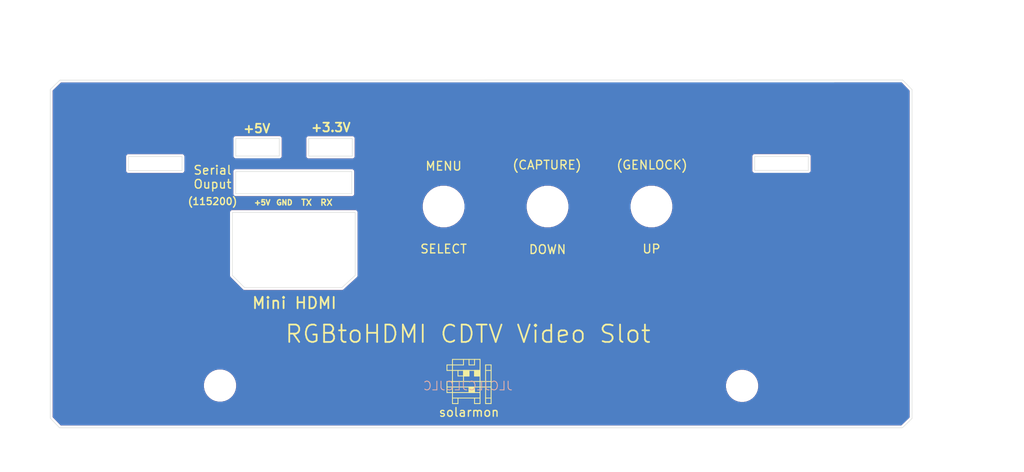
<source format=kicad_pcb>
(kicad_pcb (version 20171130) (host pcbnew "(5.1.12)-1")

  (general
    (thickness 1.6)
    (drawings 66)
    (tracks 0)
    (zones 0)
    (modules 6)
    (nets 1)
  )

  (page A4)
  (title_block
    (title "RGBtoHDMI CDTV Video Slot - Face Plate")
    (date 2021-10-22)
    (rev 1)
  )

  (layers
    (0 F.Cu signal)
    (31 B.Cu signal)
    (32 B.Adhes user)
    (33 F.Adhes user)
    (34 B.Paste user)
    (35 F.Paste user)
    (36 B.SilkS user)
    (37 F.SilkS user)
    (38 B.Mask user)
    (39 F.Mask user)
    (40 Dwgs.User user)
    (41 Cmts.User user)
    (42 Eco1.User user)
    (43 Eco2.User user)
    (44 Edge.Cuts user)
    (45 Margin user)
    (46 B.CrtYd user)
    (47 F.CrtYd user)
    (48 B.Fab user)
    (49 F.Fab user)
  )

  (setup
    (last_trace_width 0.2)
    (user_trace_width 0.2)
    (user_trace_width 0.25)
    (user_trace_width 0.4)
    (user_trace_width 0.5)
    (user_trace_width 0.6)
    (user_trace_width 1.2)
    (user_trace_width 1.4)
    (user_trace_width 2)
    (trace_clearance 0.2)
    (zone_clearance 0.254)
    (zone_45_only no)
    (trace_min 0.2)
    (via_size 0.8)
    (via_drill 0.4)
    (via_min_size 0.4)
    (via_min_drill 0.3)
    (user_via 0.6 0.4)
    (user_via 0.8 0.4)
    (user_via 1.2 0.4)
    (user_via 1.2 0.4)
    (user_via 1.4 0.4)
    (user_via 1.6 0.8)
    (user_via 2 0.4)
    (uvia_size 0.3)
    (uvia_drill 0.1)
    (uvias_allowed no)
    (uvia_min_size 0.2)
    (uvia_min_drill 0.1)
    (edge_width 0.05)
    (segment_width 0.2)
    (pcb_text_width 0.3)
    (pcb_text_size 1.5 1.5)
    (mod_edge_width 0.12)
    (mod_text_size 1 1)
    (mod_text_width 0.15)
    (pad_size 1.7 1.7)
    (pad_drill 1)
    (pad_to_mask_clearance 0.15)
    (aux_axis_origin 149.479 95.1738)
    (grid_origin 149.479 95.1738)
    (visible_elements 7FFFFFFF)
    (pcbplotparams
      (layerselection 0x010f0_ffffffff)
      (usegerberextensions false)
      (usegerberattributes true)
      (usegerberadvancedattributes true)
      (creategerberjobfile true)
      (excludeedgelayer true)
      (linewidth 0.100000)
      (plotframeref false)
      (viasonmask false)
      (mode 1)
      (useauxorigin false)
      (hpglpennumber 1)
      (hpglpenspeed 20)
      (hpglpendiameter 15.000000)
      (psnegative false)
      (psa4output false)
      (plotreference true)
      (plotvalue true)
      (plotinvisibletext false)
      (padsonsilk false)
      (subtractmaskfromsilk false)
      (outputformat 3)
      (mirror false)
      (drillshape 0)
      (scaleselection 1)
      (outputdirectory "gerbers/face-plate/"))
  )

  (net 0 "")

  (net_class Default "This is the default net class."
    (clearance 0.2)
    (trace_width 0.2)
    (via_dia 0.8)
    (via_drill 0.4)
    (uvia_dia 0.3)
    (uvia_drill 0.1)
  )

  (net_class +3V3 ""
    (clearance 0.2)
    (trace_width 0.5)
    (via_dia 1)
    (via_drill 0.4)
    (uvia_dia 0.3)
    (uvia_drill 0.1)
  )

  (net_class +5V ""
    (clearance 0.2)
    (trace_width 0.7)
    (via_dia 1.2)
    (via_drill 0.4)
    (uvia_dia 0.3)
    (uvia_drill 0.1)
  )

  (module solarmon_library:solarmon-logo-25mils (layer F.Cu) (tedit 60832A59) (tstamp 61663525)
    (at 118.11 95.3008)
    (fp_text reference solarmon (at 0 2.9083) (layer F.SilkS)
      (effects (font (size 1 1) (thickness 0.15)))
    )
    (fp_text value solarmon-logo-25mils (at -0.635 -5.08) (layer F.Fab)
      (effects (font (size 1 1) (thickness 0.15)))
    )
    (fp_line (start -2.54 -2.54) (end -0.635 -2.54) (layer F.SilkS) (width 0.1))
    (fp_line (start -1.905 -3.175) (end -1.905 1.905) (layer F.SilkS) (width 0.1))
    (fp_line (start 1.27 -1.905) (end -2.54 -1.905) (layer F.SilkS) (width 0.1))
    (fp_line (start -2.54 -1.905) (end -2.54 -2.54) (layer F.SilkS) (width 0.1))
    (fp_line (start -1.905 -3.175) (end 1.27 -3.175) (layer F.SilkS) (width 0.1))
    (fp_line (start -0.635 -3.175) (end -0.635 -2.54) (layer F.SilkS) (width 0.1))
    (fp_line (start 0 -3.175) (end 0 -2.54) (layer F.SilkS) (width 0.1))
    (fp_line (start 0 -2.54) (end 0.635 -2.54) (layer F.SilkS) (width 0.1))
    (fp_line (start 0.635 -3.175) (end 0.635 -2.54) (layer F.SilkS) (width 0.1))
    (fp_line (start 1.27 -3.175) (end 1.27 1.905) (layer F.SilkS) (width 0.1))
    (fp_line (start -1.27 -1.905) (end -1.27 -1.27) (layer F.SilkS) (width 0.1))
    (fp_line (start -1.27 -1.27) (end 0 -1.27) (layer F.SilkS) (width 0.1))
    (fp_line (start -0.635 -1.905) (end -0.635 -0.635) (layer F.SilkS) (width 0.1))
    (fp_line (start 0 -1.905) (end 0 -1.27) (layer F.SilkS) (width 0.1))
    (fp_line (start 0.635 -1.905) (end 0.635 -1.27) (layer F.SilkS) (width 0.1))
    (fp_line (start -2.54 -0.635) (end 2.54 -0.635) (layer F.SilkS) (width 0.1))
    (fp_line (start -2.54 0.635) (end -2.54 -0.635) (layer F.SilkS) (width 0.1))
    (fp_line (start -2.54 0) (end 2.54 0) (layer F.SilkS) (width 0.1))
    (fp_line (start -2.54 0.635) (end 1.27 0.635) (layer F.SilkS) (width 0.1))
    (fp_line (start -1.905 1.27) (end 1.27 1.27) (layer F.SilkS) (width 0.1))
    (fp_line (start -1.27 1.27) (end -1.27 1.905) (layer F.SilkS) (width 0.1))
    (fp_line (start 0.635 1.27) (end 0.635 1.905) (layer F.SilkS) (width 0.1))
    (fp_line (start -1.905 1.905) (end -1.27 1.905) (layer F.SilkS) (width 0.1))
    (fp_line (start 0.635 1.905) (end 1.27 1.905) (layer F.SilkS) (width 0.1))
    (fp_line (start 1.905 1.905) (end 2.54 1.905) (layer F.SilkS) (width 0.1))
    (fp_line (start 1.905 -2.54) (end 1.905 1.905) (layer F.SilkS) (width 0.1))
    (fp_line (start 2.54 -2.54) (end 2.54 1.905) (layer F.SilkS) (width 0.1))
    (fp_line (start 1.905 -2.54) (end 2.54 -2.54) (layer F.SilkS) (width 0.1))
    (fp_line (start 1.905 -1.905) (end 2.54 -1.905) (layer F.SilkS) (width 0.1))
    (fp_line (start 1.905 1.27) (end 2.54 1.27) (layer F.SilkS) (width 0.1))
    (fp_line (start 0 0) (end 0 0.635) (layer F.SilkS) (width 0.1))
    (fp_line (start 0.635 0) (end 0.635 0.635) (layer F.SilkS) (width 0.1))
    (fp_poly (pts (xy 0 -1.27) (xy -0.635 -1.27) (xy -0.635 -1.905) (xy 0 -1.905)) (layer F.SilkS) (width 0.1))
    (fp_poly (pts (xy 1.27 -1.27) (xy 0.635 -1.27) (xy 0.635 -1.905) (xy 1.27 -1.905)) (layer F.SilkS) (width 0.1))
    (fp_poly (pts (xy 0.635 0.635) (xy 0 0.635) (xy 0 0) (xy 0.635 0)) (layer F.SilkS) (width 0.1))
    (fp_poly (pts (xy 0.635 -1.27) (xy 0 -1.27) (xy 0 -1.905) (xy 0.635 -1.905)) (layer F.Mask) (width 0.1))
    (fp_poly (pts (xy 0.635 -0.635) (xy 0 -0.635) (xy 0 -1.27) (xy 0.635 -1.27)) (layer F.Mask) (width 0.1))
    (fp_poly (pts (xy 1.27 -0.635) (xy 0.635 -0.635) (xy 0.635 -1.27) (xy 1.27 -1.27)) (layer F.Mask) (width 0.1))
    (fp_poly (pts (xy 0 -0.635) (xy -0.635 -0.635) (xy -0.635 -1.27) (xy 0 -1.27)) (layer F.Mask) (width 0.1))
    (fp_poly (pts (xy -0.635 -1.27) (xy -1.27 -1.27) (xy -1.27 -1.905) (xy -0.635 -1.905)) (layer F.Mask) (width 0.1))
    (fp_poly (pts (xy 2.54 -1.905) (xy 1.905 -1.905) (xy 1.905 -2.54) (xy 2.54 -2.54)) (layer F.Cu) (width 0.1))
    (fp_poly (pts (xy 2.54 1.905) (xy 1.905 1.905) (xy 1.905 1.27) (xy 2.54 1.27)) (layer F.Cu) (width 0.1))
    (fp_poly (pts (xy 1.27 -2.54) (xy 0.635 -2.54) (xy 0.635 -3.175) (xy 1.27 -3.175)) (layer F.Cu) (width 0.1))
    (fp_poly (pts (xy 1.27 -1.905) (xy 0.635 -1.905) (xy 0.635 -2.54) (xy 1.27 -2.54)) (layer F.Cu) (width 0.1))
    (fp_poly (pts (xy 0.635 -1.905) (xy 0 -1.905) (xy 0 -2.54) (xy 0.635 -2.54)) (layer F.Cu) (width 0.1))
    (fp_poly (pts (xy 0 -1.905) (xy -0.635 -1.905) (xy -0.635 -2.54) (xy 0 -2.54)) (layer F.Cu) (width 0.1))
    (fp_poly (pts (xy 0 -2.54) (xy -0.635 -2.54) (xy -0.635 -3.175) (xy 0 -3.175)) (layer F.Cu) (width 0.1))
    (fp_poly (pts (xy -0.635 -1.905) (xy -1.27 -1.905) (xy -1.27 -2.54) (xy -0.635 -2.54)) (layer F.Cu) (width 0.1))
    (fp_poly (pts (xy -1.27 -1.905) (xy -1.905 -1.905) (xy -1.905 -2.54) (xy -1.27 -2.54)) (layer F.Cu) (width 0.1))
    (fp_poly (pts (xy -1.27 0.635) (xy -1.905 0.635) (xy -1.905 0) (xy -1.27 0)) (layer F.Cu) (width 0.1))
    (fp_poly (pts (xy -0.635 0.635) (xy -1.27 0.635) (xy -1.27 0) (xy -0.635 0)) (layer F.Cu) (width 0.1))
    (fp_poly (pts (xy 0 0.635) (xy -0.635 0.635) (xy -0.635 0) (xy 0 0)) (layer F.Cu) (width 0.1))
    (fp_poly (pts (xy 1.27 0.635) (xy 0.635 0.635) (xy 0.635 0) (xy 1.27 0)) (layer F.Cu) (width 0.1))
    (fp_poly (pts (xy 1.27 1.905) (xy 0.635 1.905) (xy 0.635 1.27) (xy 1.27 1.27)) (layer F.Cu) (width 0.1))
    (fp_poly (pts (xy -1.27 1.905) (xy -1.905 1.905) (xy -1.905 1.27) (xy -1.27 1.27)) (layer F.Cu) (width 0.1))
    (fp_poly (pts (xy 2.54 -1.905) (xy 1.905 -1.905) (xy 1.905 -2.54) (xy 2.54 -2.54)) (layer F.Mask) (width 0.1))
    (fp_poly (pts (xy 2.54 1.905) (xy 1.905 1.905) (xy 1.905 1.27) (xy 2.54 1.27)) (layer F.Mask) (width 0.1))
    (fp_poly (pts (xy 1.27 -2.54) (xy 0.635 -2.54) (xy 0.635 -3.175) (xy 1.27 -3.175)) (layer F.Mask) (width 0.1))
    (fp_poly (pts (xy 1.27 -1.905) (xy 0.635 -1.905) (xy 0.635 -2.54) (xy 1.27 -2.54)) (layer F.Mask) (width 0.1))
    (fp_poly (pts (xy 0.635 -1.905) (xy 0 -1.905) (xy 0 -2.54) (xy 0.635 -2.54)) (layer F.Mask) (width 0.1))
    (fp_poly (pts (xy 0 -1.905) (xy -0.635 -1.905) (xy -0.635 -2.54) (xy 0 -2.54)) (layer F.Mask) (width 0.1))
    (fp_poly (pts (xy 0 -2.54) (xy -0.635 -2.54) (xy -0.635 -3.175) (xy 0 -3.175)) (layer F.Mask) (width 0.1))
    (fp_poly (pts (xy -0.635 -1.905) (xy -1.27 -1.905) (xy -1.27 -2.54) (xy -0.635 -2.54)) (layer F.Mask) (width 0.1))
    (fp_poly (pts (xy -1.27 -1.905) (xy -1.905 -1.905) (xy -1.905 -2.54) (xy -1.27 -2.54)) (layer F.Mask) (width 0.1))
    (fp_poly (pts (xy -1.905 0.635) (xy -2.54 0.635) (xy -2.54 0) (xy -1.905 0)) (layer F.Mask) (width 0.1))
    (fp_poly (pts (xy -1.27 1.905) (xy -1.905 1.905) (xy -1.905 1.27) (xy -1.27 1.27)) (layer F.Mask) (width 0.1))
    (fp_poly (pts (xy 1.27 1.905) (xy 0.635 1.905) (xy 0.635 1.27) (xy 1.27 1.27)) (layer F.Mask) (width 0.1))
    (fp_line (start 0.635 -1.27) (end 1.27 -1.27) (layer F.SilkS) (width 0.1))
    (fp_poly (pts (xy 2.54 0) (xy 1.905 0) (xy 1.905 -0.635) (xy 2.54 -0.635)) (layer F.Mask) (width 0.1))
  )

  (module MountingHole:MountingHole_4.3mm_M4 (layer F.Cu) (tedit 56D1B4CB) (tstamp 61662EB0)
    (at 139.065 74.549)
    (descr "Mounting Hole 4.3mm, no annular, M4")
    (tags "mounting hole 4.3mm no annular m4")
    (attr virtual)
    (fp_text reference UP (at 0 4.8768) (layer F.SilkS)
      (effects (font (size 1 1) (thickness 0.15)))
    )
    (fp_text value MountingHole_4.3mm_M4 (at 0 5.3) (layer F.Fab)
      (effects (font (size 1 1) (thickness 0.15)))
    )
    (fp_circle (center 0 0) (end 4.3 0) (layer Cmts.User) (width 0.15))
    (fp_circle (center 0 0) (end 4.55 0) (layer F.CrtYd) (width 0.05))
    (fp_text user %R (at 0.3 0) (layer F.Fab)
      (effects (font (size 1 1) (thickness 0.15)))
    )
    (pad 1 np_thru_hole circle (at 0 0) (size 4.3 4.3) (drill 4.3) (layers *.Cu *.Mask))
  )

  (module MountingHole:MountingHole_4.3mm_M4 (layer F.Cu) (tedit 56D1B4CB) (tstamp 61662EA2)
    (at 127.127 74.549)
    (descr "Mounting Hole 4.3mm, no annular, M4")
    (tags "mounting hole 4.3mm no annular m4")
    (attr virtual)
    (fp_text reference DOWN (at 0 4.9403) (layer F.SilkS)
      (effects (font (size 1 1) (thickness 0.15)))
    )
    (fp_text value MountingHole_4.3mm_M4 (at 0 5.3) (layer F.Fab)
      (effects (font (size 1 1) (thickness 0.15)))
    )
    (fp_circle (center 0 0) (end 4.55 0) (layer F.CrtYd) (width 0.05))
    (fp_circle (center 0 0) (end 4.3 0) (layer Cmts.User) (width 0.15))
    (fp_text user %R (at 0.3 0) (layer F.Fab)
      (effects (font (size 1 1) (thickness 0.15)))
    )
    (pad 1 np_thru_hole circle (at 0 0) (size 4.3 4.3) (drill 4.3) (layers *.Cu *.Mask))
  )

  (module MountingHole:MountingHole_4.3mm_M4 (layer F.Cu) (tedit 56D1B4CB) (tstamp 61662E9F)
    (at 115.189 74.549)
    (descr "Mounting Hole 4.3mm, no annular, M4")
    (tags "mounting hole 4.3mm no annular m4")
    (attr virtual)
    (fp_text reference SELECT (at 0 4.8768) (layer F.SilkS)
      (effects (font (size 1 1) (thickness 0.15)))
    )
    (fp_text value MountingHole_4.3mm_M4 (at 0 5.3) (layer F.Fab)
      (effects (font (size 1 1) (thickness 0.15)))
    )
    (fp_circle (center 0 0) (end 4.3 0) (layer Cmts.User) (width 0.15))
    (fp_circle (center 0 0) (end 4.55 0) (layer F.CrtYd) (width 0.05))
    (fp_text user %R (at 0.3 0) (layer F.Fab)
      (effects (font (size 1 1) (thickness 0.15)))
    )
    (pad 1 np_thru_hole circle (at 0 0) (size 4.3 4.3) (drill 4.3) (layers *.Cu *.Mask))
  )

  (module MountingHole:MountingHole_3.2mm_M3 (layer F.Cu) (tedit 56D1B4CB) (tstamp 61661A5A)
    (at 89.5096 95.1357)
    (descr "Mounting Hole 3.2mm, no annular, M3")
    (tags "mounting hole 3.2mm no annular m3")
    (attr virtual)
    (fp_text reference REF** (at 0 -4.2) (layer F.SilkS) hide
      (effects (font (size 1 1) (thickness 0.15)))
    )
    (fp_text value MountingHole_3.2mm_M3 (at 0 4.2) (layer F.Fab)
      (effects (font (size 1 1) (thickness 0.15)))
    )
    (fp_circle (center 0 0) (end 3.45 0) (layer F.CrtYd) (width 0.05))
    (fp_circle (center 0 0) (end 3.2 0) (layer Cmts.User) (width 0.15))
    (fp_text user %R (at 0.3 0) (layer F.Fab)
      (effects (font (size 1 1) (thickness 0.15)))
    )
    (pad 1 np_thru_hole circle (at 0 0) (size 3.2 3.2) (drill 3.2) (layers *.Cu *.Mask))
  )

  (module MountingHole:MountingHole_3.2mm_M3 (layer F.Cu) (tedit 56D1B4CB) (tstamp 61661A56)
    (at 149.479 95.1738)
    (descr "Mounting Hole 3.2mm, no annular, M3")
    (tags "mounting hole 3.2mm no annular m3")
    (attr virtual)
    (fp_text reference REF** (at 0 -4.2) (layer F.SilkS) hide
      (effects (font (size 1 1) (thickness 0.15)))
    )
    (fp_text value MountingHole_3.2mm_M3 (at 0 4.2) (layer F.Fab)
      (effects (font (size 1 1) (thickness 0.15)))
    )
    (fp_circle (center 0 0) (end 3.2 0) (layer Cmts.User) (width 0.15))
    (fp_circle (center 0 0) (end 3.45 0) (layer F.CrtYd) (width 0.05))
    (fp_text user %R (at 0.3 0) (layer F.Fab)
      (effects (font (size 1 1) (thickness 0.15)))
    )
    (pad 1 np_thru_hole circle (at 0 0) (size 3.2 3.2) (drill 3.2) (layers *.Cu *.Mask))
  )

  (gr_text "(GENLOCK)" (at 139.1285 69.7738) (layer F.SilkS) (tstamp 61881A83)
    (effects (font (size 1 1) (thickness 0.15)))
  )
  (gr_text MENU (at 115.189 69.9008) (layer F.SilkS)
    (effects (font (size 1 1) (thickness 0.15)))
  )
  (gr_poly (pts (xy 157.099 72.6313) (xy 150.9395 72.6313) (xy 150.9395 66.2813) (xy 157.099 66.2813)) (layer B.Mask) (width 0.1) (tstamp 61881841))
  (gr_text JLCJLCJLCJLC (at 117.983 95.1738) (layer B.SilkS)
    (effects (font (size 1 1) (thickness 0.1)) (justify mirror))
  )
  (gr_line (start 103.505 83.8708) (end 105.029 82.4738) (layer Edge.Cuts) (width 0.05) (tstamp 6169EEC9))
  (gr_line (start 92.329 83.8708) (end 90.932 82.4738) (layer Edge.Cuts) (width 0.05) (tstamp 6169EEB6))
  (gr_text "(115200)" (at 88.646 73.9648) (layer F.SilkS) (tstamp 6169EDEF)
    (effects (font (size 0.8 0.8) (thickness 0.15)))
  )
  (gr_text +5V (at 94.361 74.0918) (layer F.SilkS) (tstamp 6169ED1E)
    (effects (font (size 0.6 0.6) (thickness 0.15)))
  )
  (gr_text GND (at 96.901 74.0918) (layer F.SilkS) (tstamp 6169ED15)
    (effects (font (size 0.6 0.6) (thickness 0.15)))
  )
  (gr_text TX (at 99.441 74.0918) (layer F.SilkS) (tstamp 6169ED0F)
    (effects (font (size 0.7 0.7) (thickness 0.15)))
  )
  (gr_text RX (at 101.727 74.0918) (layer F.SilkS) (tstamp 6169ECEA)
    (effects (font (size 0.7 0.7) (thickness 0.15)))
  )
  (gr_text "Serial\nOuput" (at 88.646 71.1708) (layer F.SilkS) (tstamp 6169E776)
    (effects (font (size 1 1) (thickness 0.15)))
  )
  (gr_line (start 104.648 70.5358) (end 104.648 73.0758) (layer Edge.Cuts) (width 0.05) (tstamp 6169E753))
  (gr_line (start 104.648 73.0758) (end 91.313 73.0758) (layer Edge.Cuts) (width 0.05) (tstamp 6169E74E))
  (gr_line (start 104.648 70.5358) (end 91.313 70.5358) (layer Edge.Cuts) (width 0.05) (tstamp 6169E73D))
  (gr_line (start 91.313 70.5358) (end 91.313 73.0758) (layer Edge.Cuts) (width 0.05) (tstamp 6169E73C))
  (gr_text "(CAPTURE)" (at 127.0635 69.7738) (layer F.SilkS) (tstamp 6166A982)
    (effects (font (size 1 1) (thickness 0.15)))
  )
  (gr_poly (pts (xy 85.1535 72.5678) (xy 78.994 72.5678) (xy 78.994 66.2178) (xy 85.1535 66.2178)) (layer B.Mask) (width 0.1))
  (dimension 2.5019 (width 0.15) (layer Dwgs.User) (tstamp 61663A71)
    (gr_text "2.502 mm" (at 104.28605 65.0829) (layer Dwgs.User) (tstamp 61663A71)
      (effects (font (size 1 1) (thickness 0.15)))
    )
    (feature1 (pts (xy 105.537 68.8213) (xy 105.537 65.796479)))
    (feature2 (pts (xy 103.0351 68.8213) (xy 103.0351 65.796479)))
    (crossbar (pts (xy 103.0351 66.3829) (xy 105.537 66.3829)))
    (arrow1a (pts (xy 105.537 66.3829) (xy 104.410496 66.969321)))
    (arrow1b (pts (xy 105.537 66.3829) (xy 104.410496 65.796479)))
    (arrow2a (pts (xy 103.0351 66.3829) (xy 104.161604 66.969321)))
    (arrow2b (pts (xy 103.0351 66.3829) (xy 104.161604 65.796479)))
  )
  (gr_line (start 104.6988 66.7385) (end 99.695 66.7385) (layer Edge.Cuts) (width 0.05) (tstamp 61663A6B))
  (gr_line (start 104.6988 68.7451) (end 104.6988 66.7385) (layer Edge.Cuts) (width 0.05) (tstamp 61663A6A))
  (gr_line (start 99.695 68.7451) (end 104.6988 68.7451) (layer Edge.Cuts) (width 0.05) (tstamp 61663A69))
  (gr_line (start 99.695 66.7385) (end 99.695 68.7451) (layer Edge.Cuts) (width 0.05) (tstamp 61663A68))
  (dimension 2.5019 (width 0.15) (layer Dwgs.User)
    (gr_text "2.502 mm" (at 97.94875 64.9178) (layer Dwgs.User)
      (effects (font (size 1 1) (thickness 0.15)))
    )
    (feature1 (pts (xy 99.1997 68.6689) (xy 99.1997 65.631379)))
    (feature2 (pts (xy 96.6978 68.6689) (xy 96.6978 65.631379)))
    (crossbar (pts (xy 96.6978 66.2178) (xy 99.1997 66.2178)))
    (arrow1a (pts (xy 99.1997 66.2178) (xy 98.073196 66.804221)))
    (arrow1b (pts (xy 99.1997 66.2178) (xy 98.073196 65.631379)))
    (arrow2a (pts (xy 96.6978 66.2178) (xy 97.824304 66.804221)))
    (arrow2b (pts (xy 96.6978 66.2178) (xy 97.824304 65.631379)))
  )
  (gr_text +3.3V (at 102.235 65.4558) (layer F.SilkS) (tstamp 616639E4)
    (effects (font (size 1 1) (thickness 0.2)))
  )
  (dimension 6.35 (width 0.15) (layer Dwgs.User)
    (gr_text "6.350 mm" (at 99.8601 72.3946) (layer Dwgs.User)
      (effects (font (size 1 1) (thickness 0.15)))
    )
    (feature1 (pts (xy 103.0351 68.7959) (xy 103.0351 71.681021)))
    (feature2 (pts (xy 96.6851 68.7959) (xy 96.6851 71.681021)))
    (crossbar (pts (xy 96.6851 71.0946) (xy 103.0351 71.0946)))
    (arrow1a (pts (xy 103.0351 71.0946) (xy 101.908596 71.681021)))
    (arrow1b (pts (xy 103.0351 71.0946) (xy 101.908596 70.508179)))
    (arrow2a (pts (xy 96.6851 71.0946) (xy 97.811604 71.681021)))
    (arrow2b (pts (xy 96.6851 71.0946) (xy 97.811604 70.508179)))
  )
  (gr_text +5V (at 93.726 65.5828) (layer F.SilkS) (tstamp 61663999)
    (effects (font (size 1 1) (thickness 0.2)))
  )
  (gr_line (start 96.3168 66.7258) (end 91.3257 66.7258) (layer Edge.Cuts) (width 0.05) (tstamp 6166397D))
  (gr_line (start 96.3168 68.7324) (end 96.3168 66.7258) (layer Edge.Cuts) (width 0.05))
  (gr_line (start 91.3257 68.7324) (end 96.3168 68.7324) (layer Edge.Cuts) (width 0.05))
  (gr_line (start 91.3257 66.7258) (end 91.3257 68.7324) (layer Edge.Cuts) (width 0.05))
  (dimension 14.6558 (width 0.15) (layer Dwgs.User)
    (gr_text "14.656 mm" (at 89.3572 72.4327) (layer Dwgs.User)
      (effects (font (size 1 1) (thickness 0.15)))
    )
    (feature1 (pts (xy 96.6851 67.4878) (xy 96.6851 71.719121)))
    (feature2 (pts (xy 82.0293 67.4878) (xy 82.0293 71.719121)))
    (crossbar (pts (xy 82.0293 71.1327) (xy 96.6851 71.1327)))
    (arrow1a (pts (xy 96.6851 71.1327) (xy 95.558596 71.719121)))
    (arrow1b (pts (xy 96.6851 71.1327) (xy 95.558596 70.546279)))
    (arrow2a (pts (xy 82.0293 71.1327) (xy 83.155804 71.719121)))
    (arrow2b (pts (xy 82.0293 71.1327) (xy 83.155804 70.546279)))
  )
  (gr_line (start 157.0863 68.7959) (end 150.9268 68.7959) (layer Edge.Cuts) (width 0.05) (tstamp 6166391E))
  (gr_line (start 157.0863 70.3961) (end 157.0863 68.7959) (layer Edge.Cuts) (width 0.05))
  (gr_line (start 150.9268 70.3961) (end 157.0863 70.3961) (layer Edge.Cuts) (width 0.05))
  (gr_line (start 150.9268 68.7959) (end 150.9268 70.3961) (layer Edge.Cuts) (width 0.05))
  (gr_line (start 85.1408 68.8086) (end 78.994 68.8086) (layer Edge.Cuts) (width 0.05) (tstamp 61663901))
  (gr_line (start 85.1408 70.4088) (end 85.1408 68.8086) (layer Edge.Cuts) (width 0.05))
  (gr_line (start 78.994 70.4088) (end 85.1408 70.4088) (layer Edge.Cuts) (width 0.05))
  (gr_line (start 78.994 68.8086) (end 78.994 70.4088) (layer Edge.Cuts) (width 0.05))
  (dimension 12.0142 (width 0.15) (layer Dwgs.User) (tstamp 616635C5)
    (gr_text "12.014 mm" (at 120.7897 83.7992) (layer Dwgs.User) (tstamp 616635C5)
      (effects (font (size 1 1) (thickness 0.15)))
    )
    (feature1 (pts (xy 114.7826 68.8467) (xy 114.7826 83.085621)))
    (feature2 (pts (xy 126.7968 68.8467) (xy 126.7968 83.085621)))
    (crossbar (pts (xy 126.7968 82.4992) (xy 114.7826 82.4992)))
    (arrow1a (pts (xy 114.7826 82.4992) (xy 115.909104 81.912779)))
    (arrow1b (pts (xy 114.7826 82.4992) (xy 115.909104 83.085621)))
    (arrow2a (pts (xy 126.7968 82.4992) (xy 125.670296 81.912779)))
    (arrow2b (pts (xy 126.7968 82.4992) (xy 125.670296 83.085621)))
  )
  (dimension 12.0142 (width 0.15) (layer Dwgs.User)
    (gr_text "12.014 mm" (at 132.8166 83.7484) (layer Dwgs.User)
      (effects (font (size 1 1) (thickness 0.15)))
    )
    (feature1 (pts (xy 126.8095 68.7959) (xy 126.8095 83.034821)))
    (feature2 (pts (xy 138.8237 68.7959) (xy 138.8237 83.034821)))
    (crossbar (pts (xy 138.8237 82.4484) (xy 126.8095 82.4484)))
    (arrow1a (pts (xy 126.8095 82.4484) (xy 127.936004 81.861979)))
    (arrow1b (pts (xy 126.8095 82.4484) (xy 127.936004 83.034821)))
    (arrow2a (pts (xy 138.8237 82.4484) (xy 137.697196 81.861979)))
    (arrow2b (pts (xy 138.8237 82.4484) (xy 137.697196 83.034821)))
  )
  (dimension 15.2146 (width 0.15) (layer Dwgs.User)
    (gr_text "15.215 mm" (at 146.4056 83.710305) (layer Dwgs.User)
      (effects (font (size 1 1) (thickness 0.15)))
    )
    (feature1 (pts (xy 138.7983 67.5894) (xy 138.7983 82.996726)))
    (feature2 (pts (xy 154.0129 67.5894) (xy 154.0129 82.996726)))
    (crossbar (pts (xy 154.0129 82.410305) (xy 138.7983 82.410305)))
    (arrow1a (pts (xy 138.7983 82.410305) (xy 139.924804 81.823884)))
    (arrow1b (pts (xy 138.7983 82.410305) (xy 139.924804 82.996726)))
    (arrow2a (pts (xy 154.0129 82.410305) (xy 152.886396 81.823884)))
    (arrow2b (pts (xy 154.0129 82.410305) (xy 152.886396 82.996726)))
  )
  (gr_text "RGBtoHDMI CDTV Video Slot" (at 117.983 89.2048) (layer F.SilkS)
    (effects (font (size 2 2) (thickness 0.2)))
  )
  (gr_text "Mini HDMI" (at 98.044 85.6488) (layer F.SilkS)
    (effects (font (size 1.3 1.3) (thickness 0.2)))
  )
  (gr_line (start 103.505 83.8708) (end 92.329 83.8708) (layer Edge.Cuts) (width 0.05) (tstamp 61662D86))
  (gr_line (start 105.029 75.2348) (end 105.029 82.4738) (layer Edge.Cuts) (width 0.05))
  (gr_line (start 90.932 75.2348) (end 105.029 75.2348) (layer Edge.Cuts) (width 0.05))
  (gr_line (start 90.932 82.4738) (end 90.932 75.2348) (layer Edge.Cuts) (width 0.05))
  (dimension 4.013211 (width 0.15) (layer Dwgs.User) (tstamp 61662C62)
    (gr_text "4.013 mm" (at 155.99112 62.699903 0.1313466182) (layer Dwgs.User) (tstamp 61662C62)
      (effects (font (size 1 1) (thickness 0.15)))
    )
    (feature1 (pts (xy 158.014644 70.078131) (xy 157.999355 63.408881)))
    (feature2 (pts (xy 154.001444 70.087331) (xy 153.986155 63.418081)))
    (crossbar (pts (xy 153.9875 64.0045) (xy 158.0007 63.9953)))
    (arrow1a (pts (xy 158.0007 63.9953) (xy 156.875544 64.584302)))
    (arrow1b (pts (xy 158.0007 63.9953) (xy 156.872855 63.411463)))
    (arrow2a (pts (xy 153.9875 64.0045) (xy 155.115345 64.588337)))
    (arrow2b (pts (xy 153.9875 64.0045) (xy 155.112656 63.415498)))
  )
  (dimension 4.013211 (width 0.15) (layer Dwgs.User)
    (gr_text "4.013 mm" (at 79.993076 61.417672 0.1313466182) (layer Dwgs.User)
      (effects (font (size 1 1) (thickness 0.15)))
    )
    (feature1 (pts (xy 82.0166 68.7959) (xy 82.001311 62.12665)))
    (feature2 (pts (xy 78.0034 68.8051) (xy 77.988111 62.13585)))
    (crossbar (pts (xy 77.989456 62.722269) (xy 82.002656 62.713069)))
    (arrow1a (pts (xy 82.002656 62.713069) (xy 80.8775 63.302071)))
    (arrow1b (pts (xy 82.002656 62.713069) (xy 80.874811 62.129232)))
    (arrow2a (pts (xy 77.989456 62.722269) (xy 79.117301 63.306106)))
    (arrow2b (pts (xy 77.989456 62.722269) (xy 79.114612 62.133267)))
  )
  (dimension 14.5034 (width 0.15) (layer Dwgs.User)
    (gr_text "14.503 mm" (at 178.7698 76.3143 270) (layer Dwgs.User)
      (effects (font (size 1 1) (thickness 0.15)))
    )
    (feature1 (pts (xy 68.5927 83.566) (xy 178.056221 83.566)))
    (feature2 (pts (xy 68.5927 69.0626) (xy 178.056221 69.0626)))
    (crossbar (pts (xy 177.4698 69.0626) (xy 177.4698 83.566)))
    (arrow1a (pts (xy 177.4698 83.566) (xy 176.883379 82.439496)))
    (arrow1b (pts (xy 177.4698 83.566) (xy 178.056221 82.439496)))
    (arrow2a (pts (xy 177.4698 69.0626) (xy 176.883379 70.189104)))
    (arrow2b (pts (xy 177.4698 69.0626) (xy 178.056221 70.189104)))
  )
  (dimension 19.507204 (width 0.15) (layer Dwgs.User) (tstamp 6165BAED)
    (gr_text "19.507 mm" (at 159.243037 86.425249 359.9626981) (layer Dwgs.User) (tstamp 6165BAED)
      (effects (font (size 1 1) (thickness 0.15)))
    )
    (feature1 (pts (xy 168.987928 99.808746) (xy 168.996173 87.145178)))
    (feature2 (pts (xy 149.480728 99.796046) (xy 149.488973 87.132478)))
    (crossbar (pts (xy 149.488591 87.718899) (xy 168.995791 87.731599)))
    (arrow1a (pts (xy 168.995791 87.731599) (xy 167.868906 88.317286)))
    (arrow1b (pts (xy 168.995791 87.731599) (xy 167.869669 87.144445)))
    (arrow2a (pts (xy 149.488591 87.718899) (xy 150.614713 88.306053)))
    (arrow2b (pts (xy 149.488591 87.718899) (xy 150.615476 87.133212)))
  )
  (dimension 19.507204 (width 0.15) (layer Dwgs.User)
    (gr_text "19.507 mm" (at 79.764172 86.336347 359.9626981) (layer Dwgs.User)
      (effects (font (size 1 1) (thickness 0.15)))
    )
    (feature1 (pts (xy 89.5096 98.8949) (xy 89.517307 87.056277)))
    (feature2 (pts (xy 70.0024 98.8822) (xy 70.010107 87.043577)))
    (crossbar (pts (xy 70.009726 87.629997) (xy 89.516926 87.642697)))
    (arrow1a (pts (xy 89.516926 87.642697) (xy 88.390041 88.228384)))
    (arrow1b (pts (xy 89.516926 87.642697) (xy 88.390804 87.055543)))
    (arrow2a (pts (xy 70.009726 87.629997) (xy 71.135848 88.217151)))
    (arrow2b (pts (xy 70.009726 87.629997) (xy 71.136611 87.04431)))
  )
  (dimension 4.8133 (width 0.15) (layer Dwgs.User)
    (gr_text "4.813 mm" (at 175.651808 97.59315 90) (layer Dwgs.User)
      (effects (font (size 1 1) (thickness 0.15)))
    )
    (feature1 (pts (xy 71.0819 95.1865) (xy 174.938229 95.1865)))
    (feature2 (pts (xy 71.0819 99.9998) (xy 174.938229 99.9998)))
    (crossbar (pts (xy 174.351808 99.9998) (xy 174.351808 95.1865)))
    (arrow1a (pts (xy 174.351808 95.1865) (xy 174.938229 96.313004)))
    (arrow1b (pts (xy 174.351808 95.1865) (xy 173.765387 96.313004)))
    (arrow2a (pts (xy 174.351808 99.9998) (xy 174.938229 98.873296)))
    (arrow2b (pts (xy 174.351808 99.9998) (xy 173.765387 98.873296)))
  )
  (dimension 11.0109 (width 0.15) (layer Dwgs.User) (tstamp 6165B89D)
    (gr_text "11.011 mm" (at 163.50615 56.993) (layer Dwgs.User) (tstamp 6165B89D)
      (effects (font (size 1 1) (thickness 0.15)))
    )
    (feature1 (pts (xy 169.0116 70.3072) (xy 169.0116 57.706579)))
    (feature2 (pts (xy 158.0007 70.3072) (xy 158.0007 57.706579)))
    (crossbar (pts (xy 158.0007 58.293) (xy 169.0116 58.293)))
    (arrow1a (pts (xy 169.0116 58.293) (xy 167.885096 58.879421)))
    (arrow1b (pts (xy 169.0116 58.293) (xy 167.885096 57.706579)))
    (arrow2a (pts (xy 158.0007 58.293) (xy 159.127204 58.879421)))
    (arrow2b (pts (xy 158.0007 58.293) (xy 159.127204 57.706579)))
  )
  (dimension 7.9883 (width 0.15) (layer Dwgs.User)
    (gr_text "7.988 mm" (at 73.99655 58.6948) (layer Dwgs.User)
      (effects (font (size 1 1) (thickness 0.15)))
    )
    (feature1 (pts (xy 77.9907 72.009) (xy 77.9907 59.408379)))
    (feature2 (pts (xy 70.0024 72.009) (xy 70.0024 59.408379)))
    (crossbar (pts (xy 70.0024 59.9948) (xy 77.9907 59.9948)))
    (arrow1a (pts (xy 77.9907 59.9948) (xy 76.864196 60.581221)))
    (arrow1b (pts (xy 77.9907 59.9948) (xy 76.864196 59.408379)))
    (arrow2a (pts (xy 70.0024 59.9948) (xy 71.128904 60.581221)))
    (arrow2b (pts (xy 70.0024 59.9948) (xy 71.128904 59.408379)))
  )
  (dimension 8.8011 (width 0.15) (layer Dwgs.User)
    (gr_text "8.801 mm" (at 172.0515 64.40805 90) (layer Dwgs.User)
      (effects (font (size 1 1) (thickness 0.15)))
    )
    (feature1 (pts (xy 69.9897 60.0075) (xy 171.337921 60.0075)))
    (feature2 (pts (xy 69.9897 68.8086) (xy 171.337921 68.8086)))
    (crossbar (pts (xy 170.7515 68.8086) (xy 170.7515 60.0075)))
    (arrow1a (pts (xy 170.7515 60.0075) (xy 171.337921 61.134004)))
    (arrow1b (pts (xy 170.7515 60.0075) (xy 170.165079 61.134004)))
    (arrow2a (pts (xy 170.7515 68.8086) (xy 171.337921 67.682096)))
    (arrow2b (pts (xy 170.7515 68.8086) (xy 170.165079 67.682096)))
  )
  (gr_line (start 70.0024 98.8822) (end 71.0819 99.9998) (layer Edge.Cuts) (width 0.05) (tstamp 6165B729))
  (gr_line (start 168.9989 98.9203) (end 167.8813 99.9998) (layer Edge.Cuts) (width 0.05) (tstamp 6165B713))
  (gr_line (start 168.9989 61.1124) (end 167.9194 59.9948) (layer Edge.Cuts) (width 0.05) (tstamp 6165B6D6))
  (gr_line (start 70.0024 61.087) (end 71.12 60.0075) (layer Edge.Cuts) (width 0.05))
  (gr_line (start 168.9989 61.1124) (end 168.9989 98.9203) (layer Edge.Cuts) (width 0.05) (tstamp 6165B5CC))
  (gr_line (start 71.0819 99.9998) (end 167.8813 99.9998) (layer Edge.Cuts) (width 0.05) (tstamp 6165B5C1))
  (gr_line (start 71.12 60.0075) (end 167.9194 59.9948) (layer Edge.Cuts) (width 0.05) (tstamp 6165B561))
  (gr_line (start 70.0024 61.087) (end 70.0024 98.8822) (layer Edge.Cuts) (width 0.05))

  (zone (net 0) (net_name "") (layer F.Cu) (tstamp 61B30760) (hatch edge 0.508)
    (connect_pads (clearance 0.254))
    (min_thickness 0.254)
    (fill yes (arc_segments 32) (thermal_gap 0.254) (thermal_bridge_width 0.508) (smoothing fillet) (radius 0.5))
    (polygon
      (pts
        (xy 179.705 102.87) (xy 66.675 102.235) (xy 66.675 53.34) (xy 179.705 53.34)
      )
    )
    (filled_polygon
      (pts
        (xy 168.5929 61.276461) (xy 168.592901 98.74799) (xy 167.71724 99.5938) (xy 71.254209 99.5938) (xy 70.4084 98.71814)
        (xy 70.4084 94.940589) (xy 87.5286 94.940589) (xy 87.5286 95.330811) (xy 87.604729 95.713536) (xy 87.754061 96.074055)
        (xy 87.970857 96.398514) (xy 88.246786 96.674443) (xy 88.571245 96.891239) (xy 88.931764 97.040571) (xy 89.314489 97.1167)
        (xy 89.704711 97.1167) (xy 90.087436 97.040571) (xy 90.447955 96.891239) (xy 90.772414 96.674443) (xy 91.048343 96.398514)
        (xy 91.265139 96.074055) (xy 91.414471 95.713536) (xy 91.4906 95.330811) (xy 91.4906 94.940589) (xy 91.414471 94.557864)
        (xy 91.265139 94.197345) (xy 91.048343 93.872886) (xy 90.772414 93.596957) (xy 90.447955 93.380161) (xy 90.087436 93.230829)
        (xy 89.704711 93.1547) (xy 89.314489 93.1547) (xy 88.931764 93.230829) (xy 88.571245 93.380161) (xy 88.246786 93.596957)
        (xy 87.970857 93.872886) (xy 87.754061 94.197345) (xy 87.604729 94.557864) (xy 87.5286 94.940589) (xy 70.4084 94.940589)
        (xy 70.4084 91.4908) (xy 114.427 91.4908) (xy 114.427 99.1108) (xy 114.42944 99.135576) (xy 114.436667 99.159401)
        (xy 114.448403 99.181357) (xy 114.464197 99.200603) (xy 114.483443 99.216397) (xy 114.505399 99.228133) (xy 114.529224 99.23536)
        (xy 114.554 99.2378) (xy 121.539 99.2378) (xy 121.563776 99.23536) (xy 121.587601 99.228133) (xy 121.609557 99.216397)
        (xy 121.628803 99.200603) (xy 121.644597 99.181357) (xy 121.656333 99.159401) (xy 121.66356 99.135576) (xy 121.666 99.1108)
        (xy 121.666 94.978689) (xy 147.498 94.978689) (xy 147.498 95.368911) (xy 147.574129 95.751636) (xy 147.723461 96.112155)
        (xy 147.940257 96.436614) (xy 148.216186 96.712543) (xy 148.540645 96.929339) (xy 148.901164 97.078671) (xy 149.283889 97.1548)
        (xy 149.674111 97.1548) (xy 150.056836 97.078671) (xy 150.417355 96.929339) (xy 150.741814 96.712543) (xy 151.017743 96.436614)
        (xy 151.234539 96.112155) (xy 151.383871 95.751636) (xy 151.46 95.368911) (xy 151.46 94.978689) (xy 151.383871 94.595964)
        (xy 151.234539 94.235445) (xy 151.017743 93.910986) (xy 150.741814 93.635057) (xy 150.417355 93.418261) (xy 150.056836 93.268929)
        (xy 149.674111 93.1928) (xy 149.283889 93.1928) (xy 148.901164 93.268929) (xy 148.540645 93.418261) (xy 148.216186 93.635057)
        (xy 147.940257 93.910986) (xy 147.723461 94.235445) (xy 147.574129 94.595964) (xy 147.498 94.978689) (xy 121.666 94.978689)
        (xy 121.666 91.4908) (xy 121.66356 91.466024) (xy 121.656333 91.442199) (xy 121.644597 91.420243) (xy 121.628803 91.400997)
        (xy 121.609557 91.385203) (xy 121.587601 91.373467) (xy 121.563776 91.36624) (xy 121.539 91.3638) (xy 114.554 91.3638)
        (xy 114.529224 91.36624) (xy 114.505399 91.373467) (xy 114.483443 91.385203) (xy 114.464197 91.400997) (xy 114.448403 91.420243)
        (xy 114.436667 91.442199) (xy 114.42944 91.466024) (xy 114.427 91.4908) (xy 70.4084 91.4908) (xy 70.4084 75.2348)
        (xy 90.524036 75.2348) (xy 90.526001 75.254751) (xy 90.526 82.453867) (xy 90.524037 82.4738) (xy 90.526 82.493733)
        (xy 90.526 82.49374) (xy 90.531875 82.553389) (xy 90.55509 82.62992) (xy 90.59279 82.700452) (xy 90.643526 82.762274)
        (xy 90.659024 82.774993) (xy 92.027816 84.143786) (xy 92.040526 84.159274) (xy 92.102347 84.21001) (xy 92.172879 84.24771)
        (xy 92.226194 84.263883) (xy 92.249409 84.270925) (xy 92.256904 84.271663) (xy 92.309059 84.2768) (xy 92.309066 84.2768)
        (xy 92.328999 84.278763) (xy 92.348932 84.2768) (xy 103.476212 84.2768) (xy 103.48728 84.278378) (xy 103.516095 84.2768)
        (xy 103.524941 84.2768) (xy 103.536018 84.275709) (xy 103.567134 84.274005) (xy 103.575746 84.271796) (xy 103.58459 84.270925)
        (xy 103.614417 84.261877) (xy 103.644602 84.254135) (xy 103.652612 84.250291) (xy 103.661121 84.24771) (xy 103.688626 84.233008)
        (xy 103.716704 84.219534) (xy 103.723807 84.214204) (xy 103.731653 84.21001) (xy 103.755758 84.190227) (xy 103.764644 84.183559)
        (xy 103.77115 84.177595) (xy 103.793474 84.159274) (xy 103.800573 84.150624) (xy 105.295162 82.780586) (xy 105.317474 82.762274)
        (xy 105.337243 82.738186) (xy 105.358044 82.714974) (xy 105.36257 82.707325) (xy 105.36821 82.700453) (xy 105.382903 82.672965)
        (xy 105.398772 82.646147) (xy 105.401719 82.637762) (xy 105.40591 82.629921) (xy 105.414958 82.600095) (xy 105.42529 82.570696)
        (xy 105.426544 82.561897) (xy 105.429125 82.55339) (xy 105.432181 82.522361) (xy 105.436578 82.491521) (xy 105.435 82.462712)
        (xy 105.435 75.254741) (xy 105.436964 75.2348) (xy 105.429125 75.15521) (xy 105.40591 75.078679) (xy 105.36821 75.008147)
        (xy 105.317474 74.946326) (xy 105.255653 74.89559) (xy 105.185121 74.85789) (xy 105.10859 74.834675) (xy 105.048941 74.8288)
        (xy 105.04894 74.8288) (xy 105.029 74.826836) (xy 105.009059 74.8288) (xy 90.951941 74.8288) (xy 90.932 74.826836)
        (xy 90.91206 74.8288) (xy 90.912059 74.8288) (xy 90.85241 74.834675) (xy 90.775879 74.85789) (xy 90.705347 74.89559)
        (xy 90.643526 74.946326) (xy 90.59279 75.008147) (xy 90.55509 75.078679) (xy 90.531875 75.15521) (xy 90.524036 75.2348)
        (xy 70.4084 75.2348) (xy 70.4084 74.299718) (xy 112.658 74.299718) (xy 112.658 74.798282) (xy 112.755265 75.287265)
        (xy 112.946057 75.747878) (xy 113.223044 76.162418) (xy 113.575582 76.514956) (xy 113.990122 76.791943) (xy 114.450735 76.982735)
        (xy 114.939718 77.08) (xy 115.438282 77.08) (xy 115.927265 76.982735) (xy 116.387878 76.791943) (xy 116.802418 76.514956)
        (xy 117.154956 76.162418) (xy 117.431943 75.747878) (xy 117.622735 75.287265) (xy 117.72 74.798282) (xy 117.72 74.299718)
        (xy 124.596 74.299718) (xy 124.596 74.798282) (xy 124.693265 75.287265) (xy 124.884057 75.747878) (xy 125.161044 76.162418)
        (xy 125.513582 76.514956) (xy 125.928122 76.791943) (xy 126.388735 76.982735) (xy 126.877718 77.08) (xy 127.376282 77.08)
        (xy 127.865265 76.982735) (xy 128.325878 76.791943) (xy 128.740418 76.514956) (xy 129.092956 76.162418) (xy 129.369943 75.747878)
        (xy 129.560735 75.287265) (xy 129.658 74.798282) (xy 129.658 74.299718) (xy 136.534 74.299718) (xy 136.534 74.798282)
        (xy 136.631265 75.287265) (xy 136.822057 75.747878) (xy 137.099044 76.162418) (xy 137.451582 76.514956) (xy 137.866122 76.791943)
        (xy 138.326735 76.982735) (xy 138.815718 77.08) (xy 139.314282 77.08) (xy 139.803265 76.982735) (xy 140.263878 76.791943)
        (xy 140.678418 76.514956) (xy 141.030956 76.162418) (xy 141.307943 75.747878) (xy 141.498735 75.287265) (xy 141.596 74.798282)
        (xy 141.596 74.299718) (xy 141.498735 73.810735) (xy 141.307943 73.350122) (xy 141.030956 72.935582) (xy 140.678418 72.583044)
        (xy 140.263878 72.306057) (xy 139.803265 72.115265) (xy 139.314282 72.018) (xy 138.815718 72.018) (xy 138.326735 72.115265)
        (xy 137.866122 72.306057) (xy 137.451582 72.583044) (xy 137.099044 72.935582) (xy 136.822057 73.350122) (xy 136.631265 73.810735)
        (xy 136.534 74.299718) (xy 129.658 74.299718) (xy 129.560735 73.810735) (xy 129.369943 73.350122) (xy 129.092956 72.935582)
        (xy 128.740418 72.583044) (xy 128.325878 72.306057) (xy 127.865265 72.115265) (xy 127.376282 72.018) (xy 126.877718 72.018)
        (xy 126.388735 72.115265) (xy 125.928122 72.306057) (xy 125.513582 72.583044) (xy 125.161044 72.935582) (xy 124.884057 73.350122)
        (xy 124.693265 73.810735) (xy 124.596 74.299718) (xy 117.72 74.299718) (xy 117.622735 73.810735) (xy 117.431943 73.350122)
        (xy 117.154956 72.935582) (xy 116.802418 72.583044) (xy 116.387878 72.306057) (xy 115.927265 72.115265) (xy 115.438282 72.018)
        (xy 114.939718 72.018) (xy 114.450735 72.115265) (xy 113.990122 72.306057) (xy 113.575582 72.583044) (xy 113.223044 72.935582)
        (xy 112.946057 73.350122) (xy 112.755265 73.810735) (xy 112.658 74.299718) (xy 70.4084 74.299718) (xy 70.4084 68.8086)
        (xy 78.586036 68.8086) (xy 78.588 68.828541) (xy 78.588001 70.388849) (xy 78.586036 70.4088) (xy 78.593875 70.48839)
        (xy 78.61709 70.564921) (xy 78.65479 70.635453) (xy 78.705526 70.697274) (xy 78.767347 70.74801) (xy 78.837879 70.78571)
        (xy 78.91441 70.808925) (xy 78.974059 70.8148) (xy 78.97406 70.8148) (xy 78.994 70.816764) (xy 79.013941 70.8148)
        (xy 85.120859 70.8148) (xy 85.1408 70.816764) (xy 85.16074 70.8148) (xy 85.160741 70.8148) (xy 85.22039 70.808925)
        (xy 85.296921 70.78571) (xy 85.367453 70.74801) (xy 85.429274 70.697274) (xy 85.48001 70.635453) (xy 85.51771 70.564921)
        (xy 85.526543 70.5358) (xy 90.905036 70.5358) (xy 90.907 70.555741) (xy 90.907001 73.055849) (xy 90.905036 73.0758)
        (xy 90.912875 73.15539) (xy 90.93609 73.231921) (xy 90.97379 73.302453) (xy 91.024526 73.364274) (xy 91.086347 73.41501)
        (xy 91.156879 73.45271) (xy 91.23341 73.475925) (xy 91.293059 73.4818) (xy 91.29306 73.4818) (xy 91.313 73.483764)
        (xy 91.332941 73.4818) (xy 104.62806 73.4818) (xy 104.648 73.483764) (xy 104.72759 73.475925) (xy 104.804121 73.45271)
        (xy 104.874653 73.41501) (xy 104.936474 73.364274) (xy 104.98721 73.302453) (xy 105.02491 73.231921) (xy 105.048125 73.15539)
        (xy 105.054 73.095741) (xy 105.055964 73.0758) (xy 105.054 73.055859) (xy 105.054 70.555741) (xy 105.055964 70.5358)
        (xy 105.048125 70.45621) (xy 105.02491 70.379679) (xy 104.98721 70.309147) (xy 104.936474 70.247326) (xy 104.874653 70.19659)
        (xy 104.804121 70.15889) (xy 104.72759 70.135675) (xy 104.667941 70.1298) (xy 104.66794 70.1298) (xy 104.648 70.127836)
        (xy 104.628059 70.1298) (xy 91.33294 70.1298) (xy 91.313 70.127836) (xy 91.293059 70.1298) (xy 91.23341 70.135675)
        (xy 91.156879 70.15889) (xy 91.086347 70.19659) (xy 91.024526 70.247326) (xy 90.97379 70.309147) (xy 90.93609 70.379679)
        (xy 90.912875 70.45621) (xy 90.905036 70.5358) (xy 85.526543 70.5358) (xy 85.540925 70.48839) (xy 85.548764 70.4088)
        (xy 85.5468 70.388859) (xy 85.5468 68.828541) (xy 85.548764 68.8086) (xy 85.540925 68.72901) (xy 85.51771 68.652479)
        (xy 85.48001 68.581947) (xy 85.429274 68.520126) (xy 85.367453 68.46939) (xy 85.296921 68.43169) (xy 85.22039 68.408475)
        (xy 85.160741 68.4026) (xy 85.1408 68.400636) (xy 85.12086 68.4026) (xy 79.01394 68.4026) (xy 78.994 68.400636)
        (xy 78.974059 68.4026) (xy 78.91441 68.408475) (xy 78.837879 68.43169) (xy 78.767347 68.46939) (xy 78.705526 68.520126)
        (xy 78.65479 68.581947) (xy 78.61709 68.652479) (xy 78.593875 68.72901) (xy 78.586036 68.8086) (xy 70.4084 68.8086)
        (xy 70.4084 66.7258) (xy 90.917736 66.7258) (xy 90.9197 66.745741) (xy 90.919701 68.712449) (xy 90.917736 68.7324)
        (xy 90.925575 68.81199) (xy 90.94879 68.888521) (xy 90.98649 68.959053) (xy 91.037226 69.020874) (xy 91.099047 69.07161)
        (xy 91.169579 69.10931) (xy 91.24611 69.132525) (xy 91.305759 69.1384) (xy 91.30576 69.1384) (xy 91.3257 69.140364)
        (xy 91.345641 69.1384) (xy 96.296859 69.1384) (xy 96.3168 69.140364) (xy 96.33674 69.1384) (xy 96.336741 69.1384)
        (xy 96.39639 69.132525) (xy 96.472921 69.10931) (xy 96.543453 69.07161) (xy 96.605274 69.020874) (xy 96.65601 68.959053)
        (xy 96.69371 68.888521) (xy 96.716925 68.81199) (xy 96.724764 68.7324) (xy 96.7228 68.712459) (xy 96.7228 66.745741)
        (xy 96.723513 66.7385) (xy 99.287036 66.7385) (xy 99.289 66.758441) (xy 99.289001 68.725149) (xy 99.287036 68.7451)
        (xy 99.294875 68.82469) (xy 99.31809 68.901221) (xy 99.35579 68.971753) (xy 99.406526 69.033574) (xy 99.468347 69.08431)
        (xy 99.538879 69.12201) (xy 99.61541 69.145225) (xy 99.675059 69.1511) (xy 99.67506 69.1511) (xy 99.695 69.153064)
        (xy 99.714941 69.1511) (xy 104.678859 69.1511) (xy 104.6988 69.153064) (xy 104.71874 69.1511) (xy 104.718741 69.1511)
        (xy 104.77839 69.145225) (xy 104.854921 69.12201) (xy 104.925453 69.08431) (xy 104.987274 69.033574) (xy 105.03801 68.971753)
        (xy 105.07571 68.901221) (xy 105.098925 68.82469) (xy 105.10176 68.7959) (xy 150.518836 68.7959) (xy 150.5208 68.815841)
        (xy 150.520801 70.376149) (xy 150.518836 70.3961) (xy 150.526675 70.47569) (xy 150.54989 70.552221) (xy 150.58759 70.622753)
        (xy 150.638326 70.684574) (xy 150.700147 70.73531) (xy 150.770679 70.77301) (xy 150.84721 70.796225) (xy 150.906859 70.8021)
        (xy 150.90686 70.8021) (xy 150.9268 70.804064) (xy 150.946741 70.8021) (xy 157.066359 70.8021) (xy 157.0863 70.804064)
        (xy 157.10624 70.8021) (xy 157.106241 70.8021) (xy 157.16589 70.796225) (xy 157.242421 70.77301) (xy 157.312953 70.73531)
        (xy 157.374774 70.684574) (xy 157.42551 70.622753) (xy 157.46321 70.552221) (xy 157.486425 70.47569) (xy 157.494264 70.3961)
        (xy 157.4923 70.376159) (xy 157.4923 68.815841) (xy 157.494264 68.7959) (xy 157.486425 68.71631) (xy 157.46321 68.639779)
        (xy 157.42551 68.569247) (xy 157.374774 68.507426) (xy 157.312953 68.45669) (xy 157.242421 68.41899) (xy 157.16589 68.395775)
        (xy 157.106241 68.3899) (xy 157.0863 68.387936) (xy 157.06636 68.3899) (xy 150.94674 68.3899) (xy 150.9268 68.387936)
        (xy 150.906859 68.3899) (xy 150.84721 68.395775) (xy 150.770679 68.41899) (xy 150.700147 68.45669) (xy 150.638326 68.507426)
        (xy 150.58759 68.569247) (xy 150.54989 68.639779) (xy 150.526675 68.71631) (xy 150.518836 68.7959) (xy 105.10176 68.7959)
        (xy 105.106764 68.7451) (xy 105.1048 68.725159) (xy 105.1048 66.758441) (xy 105.106764 66.7385) (xy 105.098925 66.65891)
        (xy 105.07571 66.582379) (xy 105.03801 66.511847) (xy 104.987274 66.450026) (xy 104.925453 66.39929) (xy 104.854921 66.36159)
        (xy 104.77839 66.338375) (xy 104.718741 66.3325) (xy 104.6988 66.330536) (xy 104.67886 66.3325) (xy 99.71494 66.3325)
        (xy 99.695 66.330536) (xy 99.675059 66.3325) (xy 99.61541 66.338375) (xy 99.538879 66.36159) (xy 99.468347 66.39929)
        (xy 99.406526 66.450026) (xy 99.35579 66.511847) (xy 99.31809 66.582379) (xy 99.294875 66.65891) (xy 99.287036 66.7385)
        (xy 96.723513 66.7385) (xy 96.724764 66.7258) (xy 96.716925 66.64621) (xy 96.69371 66.569679) (xy 96.65601 66.499147)
        (xy 96.605274 66.437326) (xy 96.543453 66.38659) (xy 96.472921 66.34889) (xy 96.39639 66.325675) (xy 96.336741 66.3198)
        (xy 96.3168 66.317836) (xy 96.29686 66.3198) (xy 91.34564 66.3198) (xy 91.3257 66.317836) (xy 91.305759 66.3198)
        (xy 91.24611 66.325675) (xy 91.169579 66.34889) (xy 91.099047 66.38659) (xy 91.037226 66.437326) (xy 90.98649 66.499147)
        (xy 90.94879 66.569679) (xy 90.925575 66.64621) (xy 90.917736 66.7258) (xy 70.4084 66.7258) (xy 70.4084 61.259308)
        (xy 71.284084 60.413478) (xy 167.747113 60.400822)
      )
    )
  )
  (zone (net 0) (net_name "") (layer B.Cu) (tstamp 61B3075D) (hatch edge 0.508)
    (connect_pads (clearance 0.254))
    (min_thickness 0.254)
    (fill yes (arc_segments 32) (thermal_gap 0.254) (thermal_bridge_width 0.508) (smoothing fillet) (radius 0.5))
    (polygon
      (pts
        (xy 181.879226 105.0925) (xy 64.500775 104.4575) (xy 64.231549 50.8) (xy 181.61 50.8)
      )
    )
    (filled_polygon
      (pts
        (xy 168.5929 61.276461) (xy 168.592901 98.74799) (xy 167.71724 99.5938) (xy 71.254209 99.5938) (xy 70.4084 98.71814)
        (xy 70.4084 94.940589) (xy 87.5286 94.940589) (xy 87.5286 95.330811) (xy 87.604729 95.713536) (xy 87.754061 96.074055)
        (xy 87.970857 96.398514) (xy 88.246786 96.674443) (xy 88.571245 96.891239) (xy 88.931764 97.040571) (xy 89.314489 97.1167)
        (xy 89.704711 97.1167) (xy 90.087436 97.040571) (xy 90.447955 96.891239) (xy 90.772414 96.674443) (xy 91.048343 96.398514)
        (xy 91.265139 96.074055) (xy 91.414471 95.713536) (xy 91.4906 95.330811) (xy 91.4906 94.978689) (xy 147.498 94.978689)
        (xy 147.498 95.368911) (xy 147.574129 95.751636) (xy 147.723461 96.112155) (xy 147.940257 96.436614) (xy 148.216186 96.712543)
        (xy 148.540645 96.929339) (xy 148.901164 97.078671) (xy 149.283889 97.1548) (xy 149.674111 97.1548) (xy 150.056836 97.078671)
        (xy 150.417355 96.929339) (xy 150.741814 96.712543) (xy 151.017743 96.436614) (xy 151.234539 96.112155) (xy 151.383871 95.751636)
        (xy 151.46 95.368911) (xy 151.46 94.978689) (xy 151.383871 94.595964) (xy 151.234539 94.235445) (xy 151.017743 93.910986)
        (xy 150.741814 93.635057) (xy 150.417355 93.418261) (xy 150.056836 93.268929) (xy 149.674111 93.1928) (xy 149.283889 93.1928)
        (xy 148.901164 93.268929) (xy 148.540645 93.418261) (xy 148.216186 93.635057) (xy 147.940257 93.910986) (xy 147.723461 94.235445)
        (xy 147.574129 94.595964) (xy 147.498 94.978689) (xy 91.4906 94.978689) (xy 91.4906 94.940589) (xy 91.414471 94.557864)
        (xy 91.265139 94.197345) (xy 91.048343 93.872886) (xy 90.772414 93.596957) (xy 90.447955 93.380161) (xy 90.087436 93.230829)
        (xy 89.704711 93.1547) (xy 89.314489 93.1547) (xy 88.931764 93.230829) (xy 88.571245 93.380161) (xy 88.246786 93.596957)
        (xy 87.970857 93.872886) (xy 87.754061 94.197345) (xy 87.604729 94.557864) (xy 87.5286 94.940589) (xy 70.4084 94.940589)
        (xy 70.4084 75.2348) (xy 90.524036 75.2348) (xy 90.526001 75.254751) (xy 90.526 82.453867) (xy 90.524037 82.4738)
        (xy 90.526 82.493733) (xy 90.526 82.49374) (xy 90.531875 82.553389) (xy 90.55509 82.62992) (xy 90.59279 82.700452)
        (xy 90.643526 82.762274) (xy 90.659024 82.774993) (xy 92.027816 84.143786) (xy 92.040526 84.159274) (xy 92.102347 84.21001)
        (xy 92.172879 84.24771) (xy 92.226194 84.263883) (xy 92.249409 84.270925) (xy 92.256904 84.271663) (xy 92.309059 84.2768)
        (xy 92.309066 84.2768) (xy 92.328999 84.278763) (xy 92.348932 84.2768) (xy 103.476212 84.2768) (xy 103.48728 84.278378)
        (xy 103.516095 84.2768) (xy 103.524941 84.2768) (xy 103.536018 84.275709) (xy 103.567134 84.274005) (xy 103.575746 84.271796)
        (xy 103.58459 84.270925) (xy 103.614417 84.261877) (xy 103.644602 84.254135) (xy 103.652612 84.250291) (xy 103.661121 84.24771)
        (xy 103.688626 84.233008) (xy 103.716704 84.219534) (xy 103.723807 84.214204) (xy 103.731653 84.21001) (xy 103.755758 84.190227)
        (xy 103.764644 84.183559) (xy 103.77115 84.177595) (xy 103.793474 84.159274) (xy 103.800573 84.150624) (xy 105.295162 82.780586)
        (xy 105.317474 82.762274) (xy 105.337243 82.738186) (xy 105.358044 82.714974) (xy 105.36257 82.707325) (xy 105.36821 82.700453)
        (xy 105.382903 82.672965) (xy 105.398772 82.646147) (xy 105.401719 82.637762) (xy 105.40591 82.629921) (xy 105.414958 82.600095)
        (xy 105.42529 82.570696) (xy 105.426544 82.561897) (xy 105.429125 82.55339) (xy 105.432181 82.522361) (xy 105.436578 82.491521)
        (xy 105.435 82.462712) (xy 105.435 75.254741) (xy 105.436964 75.2348) (xy 105.429125 75.15521) (xy 105.40591 75.078679)
        (xy 105.36821 75.008147) (xy 105.317474 74.946326) (xy 105.255653 74.89559) (xy 105.185121 74.85789) (xy 105.10859 74.834675)
        (xy 105.048941 74.8288) (xy 105.04894 74.8288) (xy 105.029 74.826836) (xy 105.009059 74.8288) (xy 90.951941 74.8288)
        (xy 90.932 74.826836) (xy 90.91206 74.8288) (xy 90.912059 74.8288) (xy 90.85241 74.834675) (xy 90.775879 74.85789)
        (xy 90.705347 74.89559) (xy 90.643526 74.946326) (xy 90.59279 75.008147) (xy 90.55509 75.078679) (xy 90.531875 75.15521)
        (xy 90.524036 75.2348) (xy 70.4084 75.2348) (xy 70.4084 74.299718) (xy 112.658 74.299718) (xy 112.658 74.798282)
        (xy 112.755265 75.287265) (xy 112.946057 75.747878) (xy 113.223044 76.162418) (xy 113.575582 76.514956) (xy 113.990122 76.791943)
        (xy 114.450735 76.982735) (xy 114.939718 77.08) (xy 115.438282 77.08) (xy 115.927265 76.982735) (xy 116.387878 76.791943)
        (xy 116.802418 76.514956) (xy 117.154956 76.162418) (xy 117.431943 75.747878) (xy 117.622735 75.287265) (xy 117.72 74.798282)
        (xy 117.72 74.299718) (xy 124.596 74.299718) (xy 124.596 74.798282) (xy 124.693265 75.287265) (xy 124.884057 75.747878)
        (xy 125.161044 76.162418) (xy 125.513582 76.514956) (xy 125.928122 76.791943) (xy 126.388735 76.982735) (xy 126.877718 77.08)
        (xy 127.376282 77.08) (xy 127.865265 76.982735) (xy 128.325878 76.791943) (xy 128.740418 76.514956) (xy 129.092956 76.162418)
        (xy 129.369943 75.747878) (xy 129.560735 75.287265) (xy 129.658 74.798282) (xy 129.658 74.299718) (xy 136.534 74.299718)
        (xy 136.534 74.798282) (xy 136.631265 75.287265) (xy 136.822057 75.747878) (xy 137.099044 76.162418) (xy 137.451582 76.514956)
        (xy 137.866122 76.791943) (xy 138.326735 76.982735) (xy 138.815718 77.08) (xy 139.314282 77.08) (xy 139.803265 76.982735)
        (xy 140.263878 76.791943) (xy 140.678418 76.514956) (xy 141.030956 76.162418) (xy 141.307943 75.747878) (xy 141.498735 75.287265)
        (xy 141.596 74.798282) (xy 141.596 74.299718) (xy 141.498735 73.810735) (xy 141.307943 73.350122) (xy 141.030956 72.935582)
        (xy 140.678418 72.583044) (xy 140.263878 72.306057) (xy 139.803265 72.115265) (xy 139.314282 72.018) (xy 138.815718 72.018)
        (xy 138.326735 72.115265) (xy 137.866122 72.306057) (xy 137.451582 72.583044) (xy 137.099044 72.935582) (xy 136.822057 73.350122)
        (xy 136.631265 73.810735) (xy 136.534 74.299718) (xy 129.658 74.299718) (xy 129.560735 73.810735) (xy 129.369943 73.350122)
        (xy 129.092956 72.935582) (xy 128.740418 72.583044) (xy 128.325878 72.306057) (xy 127.865265 72.115265) (xy 127.376282 72.018)
        (xy 126.877718 72.018) (xy 126.388735 72.115265) (xy 125.928122 72.306057) (xy 125.513582 72.583044) (xy 125.161044 72.935582)
        (xy 124.884057 73.350122) (xy 124.693265 73.810735) (xy 124.596 74.299718) (xy 117.72 74.299718) (xy 117.622735 73.810735)
        (xy 117.431943 73.350122) (xy 117.154956 72.935582) (xy 116.802418 72.583044) (xy 116.387878 72.306057) (xy 115.927265 72.115265)
        (xy 115.438282 72.018) (xy 114.939718 72.018) (xy 114.450735 72.115265) (xy 113.990122 72.306057) (xy 113.575582 72.583044)
        (xy 113.223044 72.935582) (xy 112.946057 73.350122) (xy 112.755265 73.810735) (xy 112.658 74.299718) (xy 70.4084 74.299718)
        (xy 70.4084 68.8086) (xy 78.586036 68.8086) (xy 78.588 68.828541) (xy 78.588001 70.388849) (xy 78.586036 70.4088)
        (xy 78.593875 70.48839) (xy 78.61709 70.564921) (xy 78.65479 70.635453) (xy 78.705526 70.697274) (xy 78.767347 70.74801)
        (xy 78.837879 70.78571) (xy 78.91441 70.808925) (xy 78.974059 70.8148) (xy 78.97406 70.8148) (xy 78.994 70.816764)
        (xy 79.013941 70.8148) (xy 85.120859 70.8148) (xy 85.1408 70.816764) (xy 85.16074 70.8148) (xy 85.160741 70.8148)
        (xy 85.22039 70.808925) (xy 85.296921 70.78571) (xy 85.367453 70.74801) (xy 85.429274 70.697274) (xy 85.48001 70.635453)
        (xy 85.51771 70.564921) (xy 85.526543 70.5358) (xy 90.905036 70.5358) (xy 90.907 70.555741) (xy 90.907001 73.055849)
        (xy 90.905036 73.0758) (xy 90.912875 73.15539) (xy 90.93609 73.231921) (xy 90.97379 73.302453) (xy 91.024526 73.364274)
        (xy 91.086347 73.41501) (xy 91.156879 73.45271) (xy 91.23341 73.475925) (xy 91.293059 73.4818) (xy 91.29306 73.4818)
        (xy 91.313 73.483764) (xy 91.332941 73.4818) (xy 104.62806 73.4818) (xy 104.648 73.483764) (xy 104.72759 73.475925)
        (xy 104.804121 73.45271) (xy 104.874653 73.41501) (xy 104.936474 73.364274) (xy 104.98721 73.302453) (xy 105.02491 73.231921)
        (xy 105.048125 73.15539) (xy 105.054 73.095741) (xy 105.055964 73.0758) (xy 105.054 73.055859) (xy 105.054 70.555741)
        (xy 105.055964 70.5358) (xy 105.048125 70.45621) (xy 105.02491 70.379679) (xy 104.98721 70.309147) (xy 104.936474 70.247326)
        (xy 104.874653 70.19659) (xy 104.804121 70.15889) (xy 104.72759 70.135675) (xy 104.667941 70.1298) (xy 104.66794 70.1298)
        (xy 104.648 70.127836) (xy 104.628059 70.1298) (xy 91.33294 70.1298) (xy 91.313 70.127836) (xy 91.293059 70.1298)
        (xy 91.23341 70.135675) (xy 91.156879 70.15889) (xy 91.086347 70.19659) (xy 91.024526 70.247326) (xy 90.97379 70.309147)
        (xy 90.93609 70.379679) (xy 90.912875 70.45621) (xy 90.905036 70.5358) (xy 85.526543 70.5358) (xy 85.540925 70.48839)
        (xy 85.548764 70.4088) (xy 85.5468 70.388859) (xy 85.5468 68.828541) (xy 85.548764 68.8086) (xy 85.540925 68.72901)
        (xy 85.51771 68.652479) (xy 85.48001 68.581947) (xy 85.429274 68.520126) (xy 85.367453 68.46939) (xy 85.296921 68.43169)
        (xy 85.22039 68.408475) (xy 85.160741 68.4026) (xy 85.1408 68.400636) (xy 85.12086 68.4026) (xy 79.01394 68.4026)
        (xy 78.994 68.400636) (xy 78.974059 68.4026) (xy 78.91441 68.408475) (xy 78.837879 68.43169) (xy 78.767347 68.46939)
        (xy 78.705526 68.520126) (xy 78.65479 68.581947) (xy 78.61709 68.652479) (xy 78.593875 68.72901) (xy 78.586036 68.8086)
        (xy 70.4084 68.8086) (xy 70.4084 66.7258) (xy 90.917736 66.7258) (xy 90.9197 66.745741) (xy 90.919701 68.712449)
        (xy 90.917736 68.7324) (xy 90.925575 68.81199) (xy 90.94879 68.888521) (xy 90.98649 68.959053) (xy 91.037226 69.020874)
        (xy 91.099047 69.07161) (xy 91.169579 69.10931) (xy 91.24611 69.132525) (xy 91.305759 69.1384) (xy 91.30576 69.1384)
        (xy 91.3257 69.140364) (xy 91.345641 69.1384) (xy 96.296859 69.1384) (xy 96.3168 69.140364) (xy 96.33674 69.1384)
        (xy 96.336741 69.1384) (xy 96.39639 69.132525) (xy 96.472921 69.10931) (xy 96.543453 69.07161) (xy 96.605274 69.020874)
        (xy 96.65601 68.959053) (xy 96.69371 68.888521) (xy 96.716925 68.81199) (xy 96.724764 68.7324) (xy 96.7228 68.712459)
        (xy 96.7228 66.745741) (xy 96.723513 66.7385) (xy 99.287036 66.7385) (xy 99.289 66.758441) (xy 99.289001 68.725149)
        (xy 99.287036 68.7451) (xy 99.294875 68.82469) (xy 99.31809 68.901221) (xy 99.35579 68.971753) (xy 99.406526 69.033574)
        (xy 99.468347 69.08431) (xy 99.538879 69.12201) (xy 99.61541 69.145225) (xy 99.675059 69.1511) (xy 99.67506 69.1511)
        (xy 99.695 69.153064) (xy 99.714941 69.1511) (xy 104.678859 69.1511) (xy 104.6988 69.153064) (xy 104.71874 69.1511)
        (xy 104.718741 69.1511) (xy 104.77839 69.145225) (xy 104.854921 69.12201) (xy 104.925453 69.08431) (xy 104.987274 69.033574)
        (xy 105.03801 68.971753) (xy 105.07571 68.901221) (xy 105.098925 68.82469) (xy 105.10176 68.7959) (xy 150.518836 68.7959)
        (xy 150.5208 68.815841) (xy 150.520801 70.376149) (xy 150.518836 70.3961) (xy 150.526675 70.47569) (xy 150.54989 70.552221)
        (xy 150.58759 70.622753) (xy 150.638326 70.684574) (xy 150.700147 70.73531) (xy 150.770679 70.77301) (xy 150.84721 70.796225)
        (xy 150.906859 70.8021) (xy 150.90686 70.8021) (xy 150.9268 70.804064) (xy 150.946741 70.8021) (xy 157.066359 70.8021)
        (xy 157.0863 70.804064) (xy 157.10624 70.8021) (xy 157.106241 70.8021) (xy 157.16589 70.796225) (xy 157.242421 70.77301)
        (xy 157.312953 70.73531) (xy 157.374774 70.684574) (xy 157.42551 70.622753) (xy 157.46321 70.552221) (xy 157.486425 70.47569)
        (xy 157.494264 70.3961) (xy 157.4923 70.376159) (xy 157.4923 68.815841) (xy 157.494264 68.7959) (xy 157.486425 68.71631)
        (xy 157.46321 68.639779) (xy 157.42551 68.569247) (xy 157.374774 68.507426) (xy 157.312953 68.45669) (xy 157.242421 68.41899)
        (xy 157.16589 68.395775) (xy 157.106241 68.3899) (xy 157.0863 68.387936) (xy 157.06636 68.3899) (xy 150.94674 68.3899)
        (xy 150.9268 68.387936) (xy 150.906859 68.3899) (xy 150.84721 68.395775) (xy 150.770679 68.41899) (xy 150.700147 68.45669)
        (xy 150.638326 68.507426) (xy 150.58759 68.569247) (xy 150.54989 68.639779) (xy 150.526675 68.71631) (xy 150.518836 68.7959)
        (xy 105.10176 68.7959) (xy 105.106764 68.7451) (xy 105.1048 68.725159) (xy 105.1048 66.758441) (xy 105.106764 66.7385)
        (xy 105.098925 66.65891) (xy 105.07571 66.582379) (xy 105.03801 66.511847) (xy 104.987274 66.450026) (xy 104.925453 66.39929)
        (xy 104.854921 66.36159) (xy 104.77839 66.338375) (xy 104.718741 66.3325) (xy 104.6988 66.330536) (xy 104.67886 66.3325)
        (xy 99.71494 66.3325) (xy 99.695 66.330536) (xy 99.675059 66.3325) (xy 99.61541 66.338375) (xy 99.538879 66.36159)
        (xy 99.468347 66.39929) (xy 99.406526 66.450026) (xy 99.35579 66.511847) (xy 99.31809 66.582379) (xy 99.294875 66.65891)
        (xy 99.287036 66.7385) (xy 96.723513 66.7385) (xy 96.724764 66.7258) (xy 96.716925 66.64621) (xy 96.69371 66.569679)
        (xy 96.65601 66.499147) (xy 96.605274 66.437326) (xy 96.543453 66.38659) (xy 96.472921 66.34889) (xy 96.39639 66.325675)
        (xy 96.336741 66.3198) (xy 96.3168 66.317836) (xy 96.29686 66.3198) (xy 91.34564 66.3198) (xy 91.3257 66.317836)
        (xy 91.305759 66.3198) (xy 91.24611 66.325675) (xy 91.169579 66.34889) (xy 91.099047 66.38659) (xy 91.037226 66.437326)
        (xy 90.98649 66.499147) (xy 90.94879 66.569679) (xy 90.925575 66.64621) (xy 90.917736 66.7258) (xy 70.4084 66.7258)
        (xy 70.4084 61.259308) (xy 71.284084 60.413478) (xy 167.747113 60.400822)
      )
    )
  )
  (zone (net 0) (net_name "") (layer F.Cu) (tstamp 0) (hatch edge 0.508)
    (connect_pads (clearance 0.254))
    (min_thickness 0.254)
    (keepout (tracks not_allowed) (vias not_allowed) (copperpour not_allowed))
    (fill (arc_segments 32) (thermal_gap 0.254) (thermal_bridge_width 0.508))
    (polygon
      (pts
        (xy 121.539 99.1108) (xy 114.554 99.1108) (xy 114.554 91.4908) (xy 121.539 91.4908)
      )
    )
  )
)

</source>
